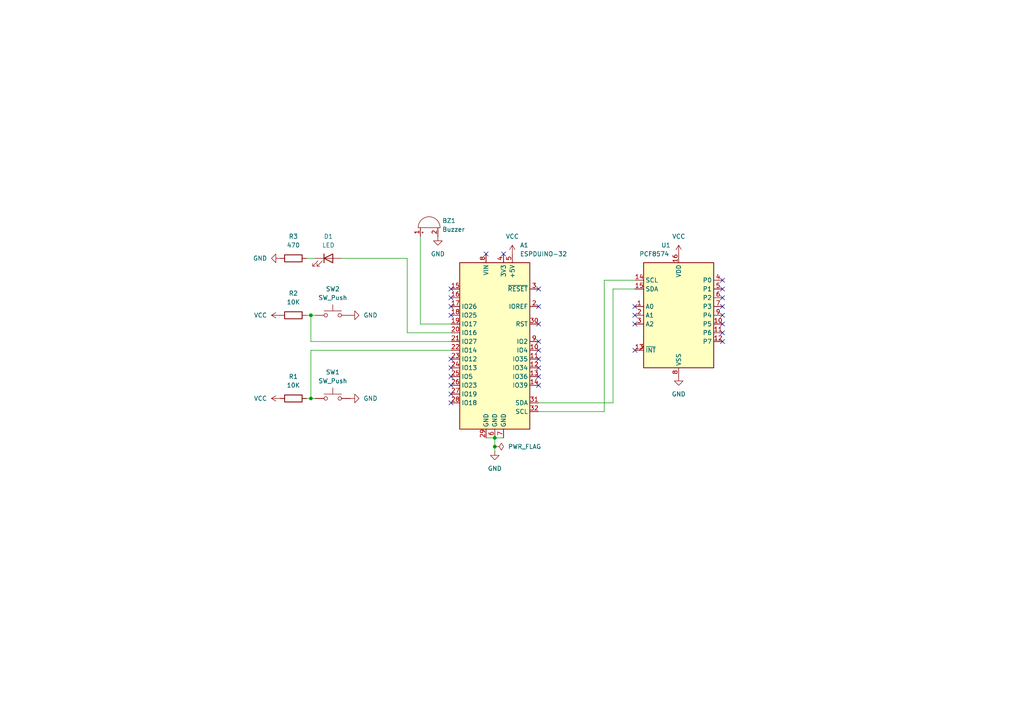
<source format=kicad_sch>
(kicad_sch (version 20230121) (generator eeschema)
  (paper "A4")
  (lib_symbols
    (symbol "Device:Buzzer" (pin_names (offset 0.0254) hide)
      (property "Reference" "BZ" (at 3.81 1.27 0))
      (property "Value" "Buzzer" (at 3.81 -1.27 0))
      (symbol "Buzzer_0_1"
        (arc (start 0 -3.175) (mid 3.1612 0) (end 0 3.175))
        (polyline (pts (xy -1.651 1.905) (xy -1.143 1.905)))
        (polyline (pts (xy -1.397 2.159) (xy -1.397 1.651)))
        (polyline (pts (xy 0 3.175) (xy 0 -3.175)))
      )
      (symbol "Buzzer_1_1"
        (pin passive line (at -2.54 2.54 0) (length 2.54) (name "+") (number "1"))
        (pin passive line (at -2.54 -2.54 0) (length 2.54) (name "-") (number "2"))
      )
    )
    (symbol "Device:LED" (pin_numbers hide) (pin_names (offset 1.016) hide)
      (property "Reference" "D" (at 0 2.54 0))
      (property "Value" "LED" (at 0 -2.54 0))
      (symbol "LED_0_1"
        (polyline (pts (xy -1.27 -1.27) (xy -1.27 1.27)) (stroke (width 0.254)))
        (polyline (pts (xy -1.27 0) (xy 1.27 0)))
        (polyline (pts (xy 1.27 -1.27) (xy 1.27 1.27) (xy -1.27 0) (xy 1.27 -1.27)) (stroke (width 0.254)))
        (polyline (pts (xy -3.048 -0.762) (xy -4.572 -2.286) (xy -3.81 -2.286) (xy -4.572 -2.286) (xy -4.572 -1.524)))
        (polyline (pts (xy -1.778 -0.762) (xy -3.302 -2.286) (xy -2.54 -2.286) (xy -3.302 -2.286) (xy -3.302 -1.524)))
      )
      (symbol "LED_1_1"
        (pin passive line (at -3.81 0 0) (length 2.54) (name "K") (number "1"))
        (pin passive line (at 3.81 0 180) (length 2.54) (name "A") (number "2"))
      )
    )
    (symbol "Device:R" (pin_numbers hide) (pin_names (offset 0))
      (property "Reference" "R" (at 2.032 0 90))
      (property "Value" "R" (at 0 0 90))
      (symbol "R_0_1"
        (rectangle (start -1.016 -2.54) (end 1.016 2.54) (stroke (width 0.254)))
      )
      (symbol "R_1_1"
        (pin passive line (at 0 3.81 270) (length 1.27) (name "~") (number "1"))
        (pin passive line (at 0 -3.81 90) (length 1.27) (name "~") (number "2"))
      )
    )
    (symbol "Interface_Expansion:PCF8574"
      (property "Reference" "U" (at -8.89 16.51 0))
      (property "Value" "PCF8574" (at 2.54 16.51 0))
      (symbol "PCF8574_0_1"
        (rectangle (start -10.16 15.24) (end 10.16 -15.24) (stroke (width 0.254)) (fill (type background)))
      )
      (symbol "PCF8574_1_1"
        (pin input line (at -12.7 2.54 0) (length 2.54) (name "A0") (number "1"))
        (pin bidirectional line (at 12.7 -2.54 180) (length 2.54) (name "P5") (number "10"))
        (pin bidirectional line (at 12.7 -5.08 180) (length 2.54) (name "P6") (number "11"))
        (pin bidirectional line (at 12.7 -7.62 180) (length 2.54) (name "P7") (number "12"))
        (pin open_collector output_low (at -12.7 -10.16 0) (length 2.54) (name "~{INT}") (number "13"))
        (pin input line (at -12.7 10.16 0) (length 2.54) (name "SCL") (number "14"))
        (pin bidirectional line (at -12.7 7.62 0) (length 2.54) (name "SDA") (number "15"))
        (pin power_in line (at 0 17.78 270) (length 2.54) (name "VDD") (number "16"))
        (pin input line (at -12.7 0 0) (length 2.54) (name "A1") (number "2"))
        (pin input line (at -12.7 -2.54 0) (length 2.54) (name "A2") (number "3"))
        (pin bidirectional line (at 12.7 10.16 180) (length 2.54) (name "P0") (number "4"))
        (pin bidirectional line (at 12.7 7.62 180) (length 2.54) (name "P1") (number "5"))
        (pin bidirectional line (at 12.7 5.08 180) (length 2.54) (name "P2") (number "6"))
        (pin bidirectional line (at 12.7 2.54 180) (length 2.54) (name "P3") (number "7"))
        (pin power_in line (at 0 -17.78 90) (length 2.54) (name "VSS") (number "8"))
        (pin bidirectional line (at 12.7 0 180) (length 2.54) (name "P4") (number "9"))
      )
    )
    (symbol "Switch:SW_Push" (pin_numbers hide) (pin_names (offset 1.016) hide)
      (property "Reference" "SW" (at 1.27 2.54 0))
      (property "Value" "SW_Push" (at 0 -1.524 0))
      (symbol "SW_Push_0_1"
        (circle (center -2.032 0) (radius 0.508))
        (polyline (pts (xy 0 1.27) (xy 0 3.048)))
        (polyline (pts (xy 2.54 1.27) (xy -2.54 1.27)))
        (circle (center 2.032 0) (radius 0.508))
        (pin passive line (at -5.08 0 0) (length 2.54) (name "1") (number "1"))
        (pin passive line (at 5.08 0 180) (length 2.54) (name "2") (number "2"))
      )
    )
    (symbol "WeMosD1R32:ESPDUINO-32"
      (property "Reference" "A" (at -10.16 23.495 0))
      (property "Value" "ESPDUINO-32" (at 5.08 -26.67 0))
      (symbol "ESPDUINO-32_0_1"
        (rectangle (start -10.16 22.86) (end 10.16 -25.4) (stroke (width 0.254)) (fill (type background)))
      )
      (symbol "ESPDUINO-32_1_1"
        (pin no_connect line (at -10.16 -20.32 0) (length 2.54) hide (name "NC") (number "1"))
        (pin bidirectional line (at 12.7 -2.54 180) (length 2.54) (name "IO4") (number "10"))
        (pin bidirectional line (at 12.7 -5.08 180) (length 2.54) (name "IO35") (number "11"))
        (pin bidirectional line (at 12.7 -7.62 180) (length 2.54) (name "IO34") (number "12"))
        (pin bidirectional line (at 12.7 -10.16 180) (length 2.54) (name "IO36") (number "13"))
        (pin bidirectional line (at 12.7 -12.7 180) (length 2.54) (name "IO39") (number "14"))
        (pin bidirectional line (at -12.7 15.24 0) (length 2.54) (name "") (number "15"))
        (pin bidirectional line (at -12.7 12.7 0) (length 2.54) (name "") (number "16"))
        (pin bidirectional line (at -12.7 10.16 0) (length 2.54) (name "IO26") (number "17"))
        (pin bidirectional line (at -12.7 7.62 0) (length 2.54) (name "IO25") (number "18"))
        (pin bidirectional line (at -12.7 5.08 0) (length 2.54) (name "IO17") (number "19"))
        (pin output line (at 12.7 10.16 180) (length 2.54) (name "IOREF") (number "2"))
        (pin bidirectional line (at -12.7 2.54 0) (length 2.54) (name "IO16") (number "20"))
        (pin bidirectional line (at -12.7 0 0) (length 2.54) (name "IO27") (number "21"))
        (pin bidirectional line (at -12.7 -2.54 0) (length 2.54) (name "IO14") (number "22"))
        (pin bidirectional line (at -12.7 -5.08 0) (length 2.54) (name "IO12") (number "23"))
        (pin bidirectional line (at -12.7 -7.62 0) (length 2.54) (name "IO13") (number "24"))
        (pin bidirectional line (at -12.7 -10.16 0) (length 2.54) (name "IO5") (number "25"))
        (pin bidirectional line (at -12.7 -12.7 0) (length 2.54) (name "IO23") (number "26"))
        (pin bidirectional line (at -12.7 -15.24 0) (length 2.54) (name "IO19") (number "27"))
        (pin bidirectional line (at -12.7 -17.78 0) (length 2.54) (name "IO18") (number "28"))
        (pin power_in line (at -2.54 -27.94 90) (length 2.54) (name "GND") (number "29"))
        (pin input line (at 12.7 15.24 180) (length 2.54) (name "~{RESET}") (number "3"))
        (pin input line (at 12.7 5.08 180) (length 2.54) (name "RST") (number "30"))
        (pin bidirectional line (at 12.7 -17.78 180) (length 2.54) (name "SDA") (number "31"))
        (pin bidirectional line (at 12.7 -20.32 180) (length 2.54) (name "SCL") (number "32"))
        (pin power_out line (at 2.54 25.4 270) (length 2.54) (name "3V3") (number "4"))
        (pin power_out line (at 5.08 25.4 270) (length 2.54) (name "+5V") (number "5"))
        (pin power_in line (at 0 -27.94 90) (length 2.54) (name "GND") (number "6"))
        (pin power_in line (at 2.54 -27.94 90) (length 2.54) (name "GND") (number "7"))
        (pin power_in line (at -2.54 25.4 270) (length 2.54) (name "VIN") (number "8"))
        (pin bidirectional line (at 12.7 0 180) (length 2.54) (name "IO2") (number "9"))
      )
    )
    (symbol "power:GND" (power) (pin_names (offset 0))
      (property "Value" "GND" (at 0 -3.81 0))
      (symbol "GND_0_1"
        (polyline (pts (xy 0 0) (xy 0 -1.27) (xy 1.27 -1.27) (xy 0 -2.54) (xy -1.27 -1.27) (xy 0 -1.27)))
      )
      (symbol "GND_1_1"
        (pin power_in line (at 0 0 270) (length 0) hide (name "GND") (number "1"))
      )
    )
    (symbol "power:PWR_FLAG" (power) (pin_numbers hide) (pin_names (offset 0) hide)
      (property "Value" "PWR_FLAG" (at 0 3.81 0))
      (symbol "PWR_FLAG_0_0"
        (pin power_out line (at 0 0 90) (length 0) (name "pwr") (number "1"))
      )
      (symbol "PWR_FLAG_0_1"
        (polyline (pts (xy 0 0) (xy 0 1.27) (xy -1.016 1.905) (xy 0 2.54) (xy 1.016 1.905) (xy 0 1.27)))
      )
    )
    (symbol "power:VCC" (power) (pin_names (offset 0))
      (property "Value" "VCC" (at 0 3.81 0))
      (symbol "VCC_0_1"
        (polyline (pts (xy -0.762 1.27) (xy 0 2.54)))
        (polyline (pts (xy 0 0) (xy 0 2.54)))
        (polyline (pts (xy 0 2.54) (xy 0.762 1.27)))
      )
      (symbol "VCC_1_1"
        (pin power_in line (at 0 0 90) (length 0) hide (name "VCC") (number "1"))
      )
    )
  )
  (junction (at 143.51 129.54))
  (junction (at 90.17 115.57))
  (junction (at 90.17 91.44))
  (junction (at 143.51 127))
  (no_connect (at 130.81 104.14))
  (no_connect (at 209.55 88.9))
  (no_connect (at 184.15 101.6))
  (no_connect (at 209.55 81.28))
  (no_connect (at 130.81 114.3))
  (no_connect (at 156.21 101.6))
  (no_connect (at 156.21 106.68))
  (no_connect (at 130.81 86.36))
  (no_connect (at 156.21 104.14))
  (no_connect (at 184.15 91.44))
  (no_connect (at 184.15 88.9))
  (no_connect (at 130.81 111.76))
  (no_connect (at 130.81 88.9))
  (no_connect (at 130.81 83.82))
  (no_connect (at 209.55 93.98))
  (no_connect (at 209.55 96.52))
  (no_connect (at 209.55 86.36))
  (no_connect (at 130.81 116.84))
  (no_connect (at 156.21 99.06))
  (no_connect (at 184.15 93.98))
  (no_connect (at 156.21 111.76))
  (no_connect (at 156.21 88.9))
  (no_connect (at 156.21 93.98))
  (no_connect (at 209.55 99.06))
  (no_connect (at 130.81 109.22))
  (no_connect (at 146.05 73.66))
  (no_connect (at 130.81 106.68))
  (no_connect (at 209.55 83.82))
  (no_connect (at 130.81 91.44))
  (no_connect (at 156.21 109.22))
  (no_connect (at 156.21 83.82))
  (no_connect (at 209.55 91.44))
  (no_connect (at 140.97 73.66))
  (wire (pts (xy 90.17 99.06) (xy 130.81 99.06)))
  (wire (pts (xy 177.8 116.84) (xy 156.21 116.84)))
  (wire (pts (xy 143.51 129.54) (xy 143.51 130.81)))
  (wire (pts (xy 175.26 81.28) (xy 175.26 119.38)))
  (wire (pts (xy 118.11 96.52) (xy 118.11 74.93)))
  (wire (pts (xy 177.8 83.82) (xy 177.8 116.84)))
  (wire (pts (xy 91.44 74.93) (xy 88.9 74.93)))
  (wire (pts (xy 184.15 81.28) (xy 175.26 81.28)))
  (wire (pts (xy 143.51 127) (xy 143.51 129.54)))
  (wire (pts (xy 90.17 91.44) (xy 91.44 91.44)))
  (wire (pts (xy 90.17 101.6) (xy 130.81 101.6)))
  (wire (pts (xy 90.17 99.06) (xy 90.17 91.44)))
  (wire (pts (xy 90.17 101.6) (xy 90.17 115.57)))
  (wire (pts (xy 88.9 115.57) (xy 90.17 115.57)))
  (wire (pts (xy 184.15 83.82) (xy 177.8 83.82)))
  (wire (pts (xy 121.92 93.98) (xy 130.81 93.98)))
  (wire (pts (xy 140.97 127) (xy 143.51 127)))
  (wire (pts (xy 143.51 127) (xy 146.05 127)))
  (wire (pts (xy 121.92 68.58) (xy 121.92 93.98)))
  (wire (pts (xy 175.26 119.38) (xy 156.21 119.38)))
  (wire (pts (xy 88.9 91.44) (xy 90.17 91.44)))
  (wire (pts (xy 90.17 115.57) (xy 91.44 115.57)))
  (wire (pts (xy 118.11 74.93) (xy 99.06 74.93)))
  (wire (pts (xy 130.81 96.52) (xy 118.11 96.52)))
  (symbol (lib_id "power:VCC") (at 81.28 91.44 90) (unit 1)
    (property "Reference" "#PWR03" (effects hide))
    (property "Value" "VCC" (at 77.47 91.44 90) (effects (justify left)))
  )
  (symbol (lib_id "Device:LED") (at 95.25 74.93 0) (unit 1)
    (property "Reference" "D1" (at 95.25 68.58 0))
    (property "Value" "LED" (at 95.25 71.12 0))
    (property "Footprint" "LED_THT:LED_D3.0mm" (effects hide))
  )
  (symbol (lib_id "Device:R") (at 85.09 74.93 270) (unit 1)
    (property "Reference" "R3" (at 85.09 68.58 90))
    (property "Value" "470" (at 85.09 71.12 90))
    (property "Footprint" "Resistor_THT:R_Axial_DIN0207_L6.3mm_D2.5mm_P10.16mm_Horizontal" (effects hide))
  )
  (symbol (lib_id "power:VCC") (at 81.28 115.57 90) (unit 1)
    (property "Reference" "#PWR06" (effects hide))
    (property "Value" "VCC" (at 77.47 115.57 90) (effects (justify left)))
  )
  (symbol (lib_id "power:GND") (at 143.51 130.81 0) (unit 1)
    (property "Reference" "#PWR04" (effects hide))
    (property "Value" "GND" (at 143.51 135.89 0))
  )
  (symbol (lib_id "power:VCC") (at 196.85 73.66 0) (unit 1)
    (property "Reference" "#PWR02" (effects hide))
    (property "Value" "VCC" (at 196.85 68.58 0))
  )
  (symbol (lib_id "WeMosD1R32:ESPDUINO-32") (at 143.51 99.06 0) (unit 1)
    (property "Reference" "A1" (at 150.7841 71.12 0) (effects (justify left)))
    (property "Value" "ESPDUINO-32" (at 150.7841 73.66 0) (effects (justify left)))
    (property "Footprint" "WeMosD1R32:ESPDUINO-32" (effects hide))
    (property "Datasheet" "https://www.arduino.cc/en/Main/arduinoBoardUno" (effects hide))
  )
  (symbol (lib_id "Device:R") (at 85.09 115.57 90) (unit 1)
    (property "Reference" "R1" (at 85.09 109.22 90))
    (property "Value" "10K" (at 85.09 111.76 90))
    (property "Footprint" "Resistor_THT:R_Axial_DIN0207_L6.3mm_D2.5mm_P10.16mm_Horizontal" (effects hide))
  )
  (symbol (lib_id "Switch:SW_Push") (at 96.52 115.57 0) (unit 1)
    (property "Reference" "SW1" (at 96.52 107.95 0))
    (property "Value" "SW_Push" (at 96.52 110.49 0))
    (property "Footprint" "Button_Switch_THT:SW_PUSH_6mm" (effects hide))
  )
  (symbol (lib_id "power:GND") (at 101.6 91.44 90) (unit 1)
    (property "Reference" "#PWR07" (effects hide))
    (property "Value" "GND" (at 105.41 91.44 90) (effects (justify right)))
  )
  (symbol (lib_id "Device:Buzzer") (at 124.46 66.04 90) (unit 1)
    (property "Reference" "BZ1" (at 128.27 64.0149 90) (effects (justify right)))
    (property "Value" "Buzzer" (at 128.27 66.5549 90) (effects (justify right)))
    (property "Footprint" "Buzzer_Beeper:Buzzer_12x9.5RM7.6" (effects hide))
  )
  (symbol (lib_id "power:GND") (at 196.85 109.22 0) (unit 1)
    (property "Reference" "#PWR010" (effects hide))
    (property "Value" "GND" (at 196.85 114.3 0))
  )
  (symbol (lib_id "power:GND") (at 81.28 74.93 270) (unit 1)
    (property "Reference" "#PWR08" (effects hide))
    (property "Value" "GND" (at 77.47 74.93 90) (effects (justify right)))
  )
  (symbol (lib_id "Device:R") (at 85.09 91.44 90) (unit 1)
    (property "Reference" "R2" (at 85.09 85.09 90))
    (property "Value" "10K" (at 85.09 87.63 90))
    (property "Footprint" "Resistor_THT:R_Axial_DIN0207_L6.3mm_D2.5mm_P10.16mm_Horizontal" (effects hide))
  )
  (symbol (lib_id "power:VCC") (at 148.59 73.66 0) (unit 1)
    (property "Reference" "#PWR01" (effects hide))
    (property "Value" "VCC" (at 148.59 68.58 0))
  )
  (symbol (lib_id "power:PWR_FLAG") (at 143.51 129.54 270) (unit 1)
    (property "Reference" "#FLG01" (effects hide))
    (property "Value" "PWR_FLAG" (at 147.32 129.54 90) (effects (justify left)))
  )
  (symbol (lib_id "power:GND") (at 127 68.58 0) (unit 1)
    (property "Reference" "#PWR09" (effects hide))
    (property "Value" "GND" (at 127 73.66 0))
  )
  (symbol (lib_id "Switch:SW_Push") (at 96.52 91.44 0) (unit 1)
    (property "Reference" "SW2" (at 96.52 83.82 0))
    (property "Value" "SW_Push" (at 96.52 86.36 0))
    (property "Footprint" "Button_Switch_THT:SW_PUSH_6mm" (effects hide))
  )
  (symbol (lib_id "power:GND") (at 101.6 115.57 90) (unit 1)
    (property "Reference" "#PWR05" (effects hide))
    (property "Value" "GND" (at 105.41 115.57 90) (effects (justify right)))
  )
  (symbol (lib_id "Interface_Expansion:PCF8574") (at 196.85 91.44 0) (unit 1)
    (property "Reference" "U1" (at 191.77 71.12 0) (effects (justify left)))
    (property "Value" "PCF8574" (at 185.42 73.66 0) (effects (justify left)))
    (property "Footprint" "Connector_PinHeader_2.54mm:PinHeader_1x04_P2.54mm_Vertical" (effects hide))
    (property "Datasheet" "http://www.nxp.com/docs/en/data-sheet/PCF8574_PCF8574A.pdf" (effects hide))
  )
)
</source>
